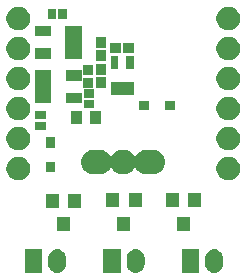
<source format=gbr>
G04 #@! TF.GenerationSoftware,KiCad,Pcbnew,(5.1.5-0)*
G04 #@! TF.CreationDate,2020-04-09T11:26:26+02:00*
G04 #@! TF.ProjectId,dxl-fan-module,64786c2d-6661-46e2-9d6d-6f64756c652e,rev?*
G04 #@! TF.SameCoordinates,Original*
G04 #@! TF.FileFunction,Soldermask,Top*
G04 #@! TF.FilePolarity,Negative*
%FSLAX46Y46*%
G04 Gerber Fmt 4.6, Leading zero omitted, Abs format (unit mm)*
G04 Created by KiCad (PCBNEW (5.1.5-0)) date 2020-04-09 11:26:26*
%MOMM*%
%LPD*%
G04 APERTURE LIST*
%ADD10C,0.100000*%
G04 APERTURE END LIST*
D10*
G36*
X68747024Y-74585852D02*
G01*
X68888401Y-74628739D01*
X69018691Y-74698379D01*
X69132895Y-74792105D01*
X69226621Y-74906308D01*
X69296261Y-75036598D01*
X69339148Y-75177975D01*
X69350000Y-75288161D01*
X69350000Y-75861839D01*
X69339148Y-75972025D01*
X69296261Y-76113402D01*
X69226621Y-76243692D01*
X69132895Y-76357895D01*
X69018692Y-76451621D01*
X68888402Y-76521261D01*
X68747025Y-76564148D01*
X68600000Y-76578628D01*
X68452976Y-76564148D01*
X68311599Y-76521261D01*
X68181309Y-76451621D01*
X68067103Y-76357893D01*
X67973381Y-76243695D01*
X67903739Y-76113402D01*
X67860852Y-75972025D01*
X67850000Y-75861839D01*
X67850000Y-75288162D01*
X67860852Y-75177976D01*
X67903739Y-75036599D01*
X67973379Y-74906309D01*
X68067105Y-74792105D01*
X68181308Y-74698379D01*
X68311598Y-74628739D01*
X68452975Y-74585852D01*
X68600000Y-74571372D01*
X68747024Y-74585852D01*
G37*
G36*
X75397024Y-74585852D02*
G01*
X75538401Y-74628739D01*
X75668691Y-74698379D01*
X75782895Y-74792105D01*
X75876621Y-74906308D01*
X75946261Y-75036598D01*
X75989148Y-75177975D01*
X76000000Y-75288161D01*
X76000000Y-75861839D01*
X75989148Y-75972025D01*
X75946261Y-76113402D01*
X75876621Y-76243692D01*
X75782895Y-76357895D01*
X75668692Y-76451621D01*
X75538402Y-76521261D01*
X75397025Y-76564148D01*
X75250000Y-76578628D01*
X75102976Y-76564148D01*
X74961599Y-76521261D01*
X74831309Y-76451621D01*
X74717103Y-76357893D01*
X74623381Y-76243695D01*
X74553739Y-76113402D01*
X74510852Y-75972025D01*
X74500000Y-75861839D01*
X74500000Y-75288162D01*
X74510852Y-75177976D01*
X74553739Y-75036599D01*
X74623379Y-74906309D01*
X74717105Y-74792105D01*
X74831308Y-74698379D01*
X74961598Y-74628739D01*
X75102975Y-74585852D01*
X75250000Y-74571372D01*
X75397024Y-74585852D01*
G37*
G36*
X82047024Y-74585852D02*
G01*
X82188401Y-74628739D01*
X82318691Y-74698379D01*
X82432895Y-74792105D01*
X82526621Y-74906308D01*
X82596261Y-75036598D01*
X82639148Y-75177975D01*
X82650000Y-75288161D01*
X82650000Y-75861839D01*
X82639148Y-75972025D01*
X82596261Y-76113402D01*
X82526621Y-76243692D01*
X82432895Y-76357895D01*
X82318692Y-76451621D01*
X82188402Y-76521261D01*
X82047025Y-76564148D01*
X81900000Y-76578628D01*
X81752976Y-76564148D01*
X81611599Y-76521261D01*
X81481309Y-76451621D01*
X81367103Y-76357893D01*
X81273381Y-76243695D01*
X81203739Y-76113402D01*
X81160852Y-75972025D01*
X81150000Y-75861839D01*
X81150000Y-75288162D01*
X81160852Y-75177976D01*
X81203739Y-75036599D01*
X81273379Y-74906309D01*
X81367105Y-74792105D01*
X81481308Y-74698379D01*
X81611598Y-74628739D01*
X81752975Y-74585852D01*
X81900000Y-74571372D01*
X82047024Y-74585852D01*
G37*
G36*
X80650000Y-76575000D02*
G01*
X79150000Y-76575000D01*
X79150000Y-74575000D01*
X80650000Y-74575000D01*
X80650000Y-76575000D01*
G37*
G36*
X74000000Y-76575000D02*
G01*
X72500000Y-76575000D01*
X72500000Y-74575000D01*
X74000000Y-74575000D01*
X74000000Y-76575000D01*
G37*
G36*
X67350000Y-76575000D02*
G01*
X65850000Y-76575000D01*
X65850000Y-74575000D01*
X67350000Y-74575000D01*
X67350000Y-76575000D01*
G37*
G36*
X69700000Y-73075000D02*
G01*
X68600000Y-73075000D01*
X68600000Y-71875000D01*
X69700000Y-71875000D01*
X69700000Y-73075000D01*
G37*
G36*
X74800000Y-73055000D02*
G01*
X73700000Y-73055000D01*
X73700000Y-71855000D01*
X74800000Y-71855000D01*
X74800000Y-73055000D01*
G37*
G36*
X79850000Y-73025000D02*
G01*
X78750000Y-73025000D01*
X78750000Y-71825000D01*
X79850000Y-71825000D01*
X79850000Y-73025000D01*
G37*
G36*
X70650000Y-71075000D02*
G01*
X69550000Y-71075000D01*
X69550000Y-69875000D01*
X70650000Y-69875000D01*
X70650000Y-71075000D01*
G37*
G36*
X68750000Y-71075000D02*
G01*
X67650000Y-71075000D01*
X67650000Y-69875000D01*
X68750000Y-69875000D01*
X68750000Y-71075000D01*
G37*
G36*
X75750000Y-71055000D02*
G01*
X74650000Y-71055000D01*
X74650000Y-69855000D01*
X75750000Y-69855000D01*
X75750000Y-71055000D01*
G37*
G36*
X73850000Y-71055000D02*
G01*
X72750000Y-71055000D01*
X72750000Y-69855000D01*
X73850000Y-69855000D01*
X73850000Y-71055000D01*
G37*
G36*
X80800000Y-71025000D02*
G01*
X79700000Y-71025000D01*
X79700000Y-69825000D01*
X80800000Y-69825000D01*
X80800000Y-71025000D01*
G37*
G36*
X78900000Y-71025000D02*
G01*
X77800000Y-71025000D01*
X77800000Y-69825000D01*
X78900000Y-69825000D01*
X78900000Y-71025000D01*
G37*
G36*
X83246305Y-66761997D02*
G01*
X83379189Y-66788429D01*
X83561178Y-66863811D01*
X83724963Y-66973249D01*
X83864251Y-67112537D01*
X83973689Y-67276322D01*
X84049071Y-67458311D01*
X84049071Y-67458313D01*
X84083977Y-67633794D01*
X84087500Y-67651509D01*
X84087500Y-67848491D01*
X84049071Y-68041689D01*
X83973689Y-68223678D01*
X83864251Y-68387463D01*
X83724963Y-68526751D01*
X83561178Y-68636189D01*
X83379189Y-68711571D01*
X83282590Y-68730786D01*
X83185993Y-68750000D01*
X82989007Y-68750000D01*
X82892410Y-68730786D01*
X82795811Y-68711571D01*
X82613822Y-68636189D01*
X82450037Y-68526751D01*
X82310749Y-68387463D01*
X82201311Y-68223678D01*
X82125929Y-68041689D01*
X82087500Y-67848491D01*
X82087500Y-67651509D01*
X82091024Y-67633794D01*
X82125929Y-67458313D01*
X82125929Y-67458311D01*
X82201311Y-67276322D01*
X82310749Y-67112537D01*
X82450037Y-66973249D01*
X82613822Y-66863811D01*
X82795811Y-66788429D01*
X82928695Y-66761997D01*
X82989007Y-66750000D01*
X83185993Y-66750000D01*
X83246305Y-66761997D01*
G37*
G36*
X65471305Y-66761997D02*
G01*
X65604189Y-66788429D01*
X65786178Y-66863811D01*
X65949963Y-66973249D01*
X66089251Y-67112537D01*
X66198689Y-67276322D01*
X66274071Y-67458311D01*
X66274071Y-67458313D01*
X66308977Y-67633794D01*
X66312500Y-67651509D01*
X66312500Y-67848491D01*
X66274071Y-68041689D01*
X66198689Y-68223678D01*
X66089251Y-68387463D01*
X65949963Y-68526751D01*
X65786178Y-68636189D01*
X65604189Y-68711571D01*
X65507590Y-68730786D01*
X65410993Y-68750000D01*
X65214007Y-68750000D01*
X65117410Y-68730786D01*
X65020811Y-68711571D01*
X64838822Y-68636189D01*
X64675037Y-68526751D01*
X64535749Y-68387463D01*
X64426311Y-68223678D01*
X64350929Y-68041689D01*
X64312500Y-67848491D01*
X64312500Y-67651509D01*
X64316024Y-67633794D01*
X64350929Y-67458313D01*
X64350929Y-67458311D01*
X64426311Y-67276322D01*
X64535749Y-67112537D01*
X64675037Y-66973249D01*
X64838822Y-66863811D01*
X65020811Y-66788429D01*
X65153695Y-66761997D01*
X65214007Y-66750000D01*
X65410993Y-66750000D01*
X65471305Y-66761997D01*
G37*
G36*
X72393335Y-66165192D02*
G01*
X72476268Y-66190350D01*
X72591262Y-66225233D01*
X72652065Y-66257733D01*
X72773669Y-66322731D01*
X72933554Y-66453946D01*
X73064769Y-66613831D01*
X73143965Y-66761997D01*
X73149410Y-66770147D01*
X73156341Y-66777078D01*
X73164491Y-66782523D01*
X73173546Y-66786274D01*
X73183159Y-66788186D01*
X73192961Y-66788186D01*
X73202574Y-66786274D01*
X73211629Y-66782523D01*
X73219779Y-66777078D01*
X73226710Y-66770147D01*
X73232155Y-66761997D01*
X73234244Y-66757579D01*
X73257002Y-66702638D01*
X73371911Y-66530664D01*
X73518164Y-66384411D01*
X73690138Y-66269502D01*
X73881226Y-66190350D01*
X74058813Y-66155027D01*
X74084083Y-66150000D01*
X74290917Y-66150000D01*
X74316187Y-66155027D01*
X74493774Y-66190350D01*
X74684862Y-66269502D01*
X74856836Y-66384411D01*
X75003089Y-66530664D01*
X75117998Y-66702638D01*
X75140752Y-66757570D01*
X75145367Y-66766206D01*
X75151585Y-66773782D01*
X75159162Y-66780000D01*
X75167806Y-66784621D01*
X75177185Y-66787466D01*
X75186940Y-66788427D01*
X75196694Y-66787466D01*
X75206073Y-66784621D01*
X75214718Y-66780001D01*
X75222294Y-66773783D01*
X75228512Y-66766206D01*
X75231035Y-66761997D01*
X75310231Y-66613831D01*
X75441446Y-66453946D01*
X75601331Y-66322731D01*
X75722935Y-66257733D01*
X75783738Y-66225233D01*
X75898732Y-66190350D01*
X75981665Y-66165192D01*
X76135918Y-66150000D01*
X76739082Y-66150000D01*
X76893335Y-66165192D01*
X76976268Y-66190350D01*
X77091262Y-66225233D01*
X77152065Y-66257733D01*
X77273669Y-66322731D01*
X77433554Y-66453946D01*
X77564769Y-66613831D01*
X77612237Y-66702638D01*
X77662267Y-66796238D01*
X77682765Y-66863811D01*
X77722308Y-66994165D01*
X77742580Y-67200000D01*
X77722308Y-67405835D01*
X77692287Y-67504799D01*
X77662267Y-67603762D01*
X77636747Y-67651507D01*
X77564769Y-67786169D01*
X77433554Y-67946054D01*
X77273669Y-68077269D01*
X77174083Y-68130498D01*
X77091262Y-68174767D01*
X76992299Y-68204787D01*
X76893335Y-68234808D01*
X76739082Y-68250000D01*
X76135918Y-68250000D01*
X75981665Y-68234808D01*
X75882701Y-68204787D01*
X75783738Y-68174767D01*
X75700917Y-68130498D01*
X75601331Y-68077269D01*
X75441446Y-67946054D01*
X75310231Y-67786169D01*
X75231035Y-67638003D01*
X75225590Y-67629853D01*
X75218659Y-67622922D01*
X75210509Y-67617477D01*
X75201454Y-67613726D01*
X75191841Y-67611814D01*
X75182039Y-67611814D01*
X75172426Y-67613726D01*
X75163371Y-67617477D01*
X75155221Y-67622922D01*
X75148290Y-67629853D01*
X75142845Y-67638003D01*
X75140756Y-67642421D01*
X75117998Y-67697362D01*
X75003089Y-67869336D01*
X74856836Y-68015589D01*
X74684862Y-68130498D01*
X74493774Y-68209650D01*
X74316187Y-68244973D01*
X74290917Y-68250000D01*
X74084083Y-68250000D01*
X74058813Y-68244973D01*
X73881226Y-68209650D01*
X73690138Y-68130498D01*
X73518164Y-68015589D01*
X73371911Y-67869336D01*
X73257002Y-67697362D01*
X73234248Y-67642430D01*
X73229633Y-67633794D01*
X73223415Y-67626218D01*
X73215838Y-67620000D01*
X73207194Y-67615379D01*
X73197815Y-67612534D01*
X73188060Y-67611573D01*
X73178306Y-67612534D01*
X73168927Y-67615379D01*
X73160282Y-67619999D01*
X73152706Y-67626217D01*
X73146488Y-67633794D01*
X73143965Y-67638003D01*
X73064769Y-67786169D01*
X72933554Y-67946054D01*
X72773669Y-68077269D01*
X72674083Y-68130498D01*
X72591262Y-68174767D01*
X72492299Y-68204787D01*
X72393335Y-68234808D01*
X72239082Y-68250000D01*
X71635918Y-68250000D01*
X71481665Y-68234808D01*
X71382701Y-68204787D01*
X71283738Y-68174767D01*
X71200917Y-68130498D01*
X71101331Y-68077269D01*
X70941446Y-67946054D01*
X70810231Y-67786169D01*
X70738253Y-67651507D01*
X70712733Y-67603762D01*
X70682713Y-67504799D01*
X70652692Y-67405835D01*
X70632420Y-67200000D01*
X70652692Y-66994165D01*
X70692235Y-66863811D01*
X70712733Y-66796238D01*
X70762763Y-66702638D01*
X70810231Y-66613831D01*
X70941446Y-66453946D01*
X71101331Y-66322731D01*
X71222935Y-66257733D01*
X71283738Y-66225233D01*
X71398732Y-66190350D01*
X71481665Y-66165192D01*
X71635918Y-66150000D01*
X72239082Y-66150000D01*
X72393335Y-66165192D01*
G37*
G36*
X68405000Y-68085000D02*
G01*
X67655000Y-68085000D01*
X67655000Y-67185000D01*
X68405000Y-67185000D01*
X68405000Y-68085000D01*
G37*
G36*
X83282590Y-64229215D02*
G01*
X83379189Y-64248429D01*
X83561178Y-64323811D01*
X83724963Y-64433249D01*
X83864251Y-64572537D01*
X83973689Y-64736322D01*
X84049071Y-64918311D01*
X84087500Y-65111509D01*
X84087500Y-65308491D01*
X84049071Y-65501689D01*
X83973689Y-65683678D01*
X83864251Y-65847463D01*
X83724963Y-65986751D01*
X83561178Y-66096189D01*
X83379189Y-66171571D01*
X83284779Y-66190350D01*
X83185993Y-66210000D01*
X82989007Y-66210000D01*
X82890221Y-66190350D01*
X82795811Y-66171571D01*
X82613822Y-66096189D01*
X82450037Y-65986751D01*
X82310749Y-65847463D01*
X82201311Y-65683678D01*
X82125929Y-65501689D01*
X82087500Y-65308491D01*
X82087500Y-65111509D01*
X82125929Y-64918311D01*
X82201311Y-64736322D01*
X82310749Y-64572537D01*
X82450037Y-64433249D01*
X82613822Y-64323811D01*
X82795811Y-64248429D01*
X82892410Y-64229215D01*
X82989007Y-64210000D01*
X83185993Y-64210000D01*
X83282590Y-64229215D01*
G37*
G36*
X65507590Y-64229215D02*
G01*
X65604189Y-64248429D01*
X65786178Y-64323811D01*
X65949963Y-64433249D01*
X66089251Y-64572537D01*
X66198689Y-64736322D01*
X66274071Y-64918311D01*
X66312500Y-65111509D01*
X66312500Y-65308491D01*
X66274071Y-65501689D01*
X66198689Y-65683678D01*
X66089251Y-65847463D01*
X65949963Y-65986751D01*
X65786178Y-66096189D01*
X65604189Y-66171571D01*
X65509779Y-66190350D01*
X65410993Y-66210000D01*
X65214007Y-66210000D01*
X65115221Y-66190350D01*
X65020811Y-66171571D01*
X64838822Y-66096189D01*
X64675037Y-65986751D01*
X64535749Y-65847463D01*
X64426311Y-65683678D01*
X64350929Y-65501689D01*
X64312500Y-65308491D01*
X64312500Y-65111509D01*
X64350929Y-64918311D01*
X64426311Y-64736322D01*
X64535749Y-64572537D01*
X64675037Y-64433249D01*
X64838822Y-64323811D01*
X65020811Y-64248429D01*
X65117410Y-64229215D01*
X65214007Y-64210000D01*
X65410993Y-64210000D01*
X65507590Y-64229215D01*
G37*
G36*
X68405000Y-65985000D02*
G01*
X67655000Y-65985000D01*
X67655000Y-65085000D01*
X68405000Y-65085000D01*
X68405000Y-65985000D01*
G37*
G36*
X67660000Y-64485000D02*
G01*
X66760000Y-64485000D01*
X66760000Y-63785000D01*
X67660000Y-63785000D01*
X67660000Y-64485000D01*
G37*
G36*
X72300000Y-63950000D02*
G01*
X71400000Y-63950000D01*
X71400000Y-62850000D01*
X72300000Y-62850000D01*
X72300000Y-63950000D01*
G37*
G36*
X70700000Y-63950000D02*
G01*
X69800000Y-63950000D01*
X69800000Y-62850000D01*
X70700000Y-62850000D01*
X70700000Y-63950000D01*
G37*
G36*
X83282590Y-61689215D02*
G01*
X83379189Y-61708429D01*
X83561178Y-61783811D01*
X83724963Y-61893249D01*
X83864251Y-62032537D01*
X83973689Y-62196322D01*
X84049071Y-62378311D01*
X84087500Y-62571509D01*
X84087500Y-62768491D01*
X84049071Y-62961689D01*
X83973689Y-63143678D01*
X83864251Y-63307463D01*
X83724963Y-63446751D01*
X83561178Y-63556189D01*
X83379189Y-63631571D01*
X83282590Y-63650786D01*
X83185993Y-63670000D01*
X82989007Y-63670000D01*
X82892410Y-63650786D01*
X82795811Y-63631571D01*
X82613822Y-63556189D01*
X82450037Y-63446751D01*
X82310749Y-63307463D01*
X82201311Y-63143678D01*
X82125929Y-62961689D01*
X82087500Y-62768491D01*
X82087500Y-62571509D01*
X82125929Y-62378311D01*
X82201311Y-62196322D01*
X82310749Y-62032537D01*
X82450037Y-61893249D01*
X82613822Y-61783811D01*
X82795811Y-61708429D01*
X82892410Y-61689215D01*
X82989007Y-61670000D01*
X83185993Y-61670000D01*
X83282590Y-61689215D01*
G37*
G36*
X65507590Y-61689215D02*
G01*
X65604189Y-61708429D01*
X65786178Y-61783811D01*
X65949963Y-61893249D01*
X66089251Y-62032537D01*
X66198689Y-62196322D01*
X66274071Y-62378311D01*
X66312500Y-62571509D01*
X66312500Y-62768491D01*
X66274071Y-62961689D01*
X66198689Y-63143678D01*
X66089251Y-63307463D01*
X65949963Y-63446751D01*
X65786178Y-63556189D01*
X65604189Y-63631571D01*
X65507590Y-63650786D01*
X65410993Y-63670000D01*
X65214007Y-63670000D01*
X65117410Y-63650786D01*
X65020811Y-63631571D01*
X64838822Y-63556189D01*
X64675037Y-63446751D01*
X64535749Y-63307463D01*
X64426311Y-63143678D01*
X64350929Y-62961689D01*
X64312500Y-62768491D01*
X64312500Y-62571509D01*
X64350929Y-62378311D01*
X64426311Y-62196322D01*
X64535749Y-62032537D01*
X64675037Y-61893249D01*
X64838822Y-61783811D01*
X65020811Y-61708429D01*
X65117410Y-61689215D01*
X65214007Y-61670000D01*
X65410993Y-61670000D01*
X65507590Y-61689215D01*
G37*
G36*
X67660000Y-63585000D02*
G01*
X66760000Y-63585000D01*
X66760000Y-62885000D01*
X67660000Y-62885000D01*
X67660000Y-63585000D01*
G37*
G36*
X76350000Y-62825000D02*
G01*
X75550000Y-62825000D01*
X75550000Y-62025000D01*
X76350000Y-62025000D01*
X76350000Y-62825000D01*
G37*
G36*
X78550000Y-62825000D02*
G01*
X77750000Y-62825000D01*
X77750000Y-62025000D01*
X78550000Y-62025000D01*
X78550000Y-62825000D01*
G37*
G36*
X71762500Y-62650000D02*
G01*
X70862500Y-62650000D01*
X70862500Y-61950000D01*
X71762500Y-61950000D01*
X71762500Y-62650000D01*
G37*
G36*
X70712500Y-62250000D02*
G01*
X69312500Y-62250000D01*
X69312500Y-61350000D01*
X70712500Y-61350000D01*
X70712500Y-62250000D01*
G37*
G36*
X68112500Y-62250000D02*
G01*
X66712500Y-62250000D01*
X66712500Y-59450000D01*
X68112500Y-59450000D01*
X68112500Y-62250000D01*
G37*
G36*
X71762500Y-61750000D02*
G01*
X70862500Y-61750000D01*
X70862500Y-61050000D01*
X71762500Y-61050000D01*
X71762500Y-61750000D01*
G37*
G36*
X75087500Y-61500000D02*
G01*
X73137500Y-61500000D01*
X73137500Y-60400000D01*
X75087500Y-60400000D01*
X75087500Y-61500000D01*
G37*
G36*
X65507590Y-59149214D02*
G01*
X65604189Y-59168429D01*
X65786178Y-59243811D01*
X65949963Y-59353249D01*
X66089251Y-59492537D01*
X66198689Y-59656322D01*
X66274071Y-59838311D01*
X66312500Y-60031509D01*
X66312500Y-60228491D01*
X66274071Y-60421689D01*
X66198689Y-60603678D01*
X66089251Y-60767463D01*
X65949963Y-60906751D01*
X65786178Y-61016189D01*
X65604189Y-61091571D01*
X65507590Y-61110786D01*
X65410993Y-61130000D01*
X65214007Y-61130000D01*
X65117410Y-61110786D01*
X65020811Y-61091571D01*
X64838822Y-61016189D01*
X64675037Y-60906751D01*
X64535749Y-60767463D01*
X64426311Y-60603678D01*
X64350929Y-60421689D01*
X64312500Y-60228491D01*
X64312500Y-60031509D01*
X64350929Y-59838311D01*
X64426311Y-59656322D01*
X64535749Y-59492537D01*
X64675037Y-59353249D01*
X64838822Y-59243811D01*
X65020811Y-59168429D01*
X65117410Y-59149214D01*
X65214007Y-59130000D01*
X65410993Y-59130000D01*
X65507590Y-59149214D01*
G37*
G36*
X83282590Y-59149214D02*
G01*
X83379189Y-59168429D01*
X83561178Y-59243811D01*
X83724963Y-59353249D01*
X83864251Y-59492537D01*
X83973689Y-59656322D01*
X84049071Y-59838311D01*
X84087500Y-60031509D01*
X84087500Y-60228491D01*
X84049071Y-60421689D01*
X83973689Y-60603678D01*
X83864251Y-60767463D01*
X83724963Y-60906751D01*
X83561178Y-61016189D01*
X83379189Y-61091571D01*
X83282590Y-61110786D01*
X83185993Y-61130000D01*
X82989007Y-61130000D01*
X82892410Y-61110786D01*
X82795811Y-61091571D01*
X82613822Y-61016189D01*
X82450037Y-60906751D01*
X82310749Y-60767463D01*
X82201311Y-60603678D01*
X82125929Y-60421689D01*
X82087500Y-60228491D01*
X82087500Y-60031509D01*
X82125929Y-59838311D01*
X82201311Y-59656322D01*
X82310749Y-59492537D01*
X82450037Y-59353249D01*
X82613822Y-59243811D01*
X82795811Y-59168429D01*
X82892410Y-59149214D01*
X82989007Y-59130000D01*
X83185993Y-59130000D01*
X83282590Y-59149214D01*
G37*
G36*
X71612500Y-60950000D02*
G01*
X70812500Y-60950000D01*
X70812500Y-60050000D01*
X71612500Y-60050000D01*
X71612500Y-60950000D01*
G37*
G36*
X72712500Y-60929411D02*
G01*
X71912500Y-60929411D01*
X71912500Y-60029411D01*
X72712500Y-60029411D01*
X72712500Y-60929411D01*
G37*
G36*
X70712500Y-60350000D02*
G01*
X69312500Y-60350000D01*
X69312500Y-59450000D01*
X70712500Y-59450000D01*
X70712500Y-60350000D01*
G37*
G36*
X71612500Y-59850000D02*
G01*
X70812500Y-59850000D01*
X70812500Y-58950000D01*
X71612500Y-58950000D01*
X71612500Y-59850000D01*
G37*
G36*
X72712500Y-59829411D02*
G01*
X71912500Y-59829411D01*
X71912500Y-58929411D01*
X72712500Y-58929411D01*
X72712500Y-59829411D01*
G37*
G36*
X75087500Y-59300000D02*
G01*
X74437500Y-59300000D01*
X74437500Y-58200000D01*
X75087500Y-58200000D01*
X75087500Y-59300000D01*
G37*
G36*
X73787500Y-59300000D02*
G01*
X73137500Y-59300000D01*
X73137500Y-58200000D01*
X73787500Y-58200000D01*
X73787500Y-59300000D01*
G37*
G36*
X72712500Y-58650000D02*
G01*
X71912500Y-58650000D01*
X71912500Y-57750000D01*
X72712500Y-57750000D01*
X72712500Y-58650000D01*
G37*
G36*
X83282590Y-56609215D02*
G01*
X83379189Y-56628429D01*
X83561178Y-56703811D01*
X83724963Y-56813249D01*
X83864251Y-56952537D01*
X83973689Y-57116322D01*
X84049071Y-57298311D01*
X84087500Y-57491509D01*
X84087500Y-57688491D01*
X84049071Y-57881689D01*
X83973689Y-58063678D01*
X83864251Y-58227463D01*
X83724963Y-58366751D01*
X83561178Y-58476189D01*
X83379189Y-58551571D01*
X83282590Y-58570786D01*
X83185993Y-58590000D01*
X82989007Y-58590000D01*
X82892410Y-58570786D01*
X82795811Y-58551571D01*
X82613822Y-58476189D01*
X82450037Y-58366751D01*
X82310749Y-58227463D01*
X82201311Y-58063678D01*
X82125929Y-57881689D01*
X82087500Y-57688491D01*
X82087500Y-57491509D01*
X82125929Y-57298311D01*
X82201311Y-57116322D01*
X82310749Y-56952537D01*
X82450037Y-56813249D01*
X82613822Y-56703811D01*
X82795811Y-56628429D01*
X82892410Y-56609215D01*
X82989007Y-56590000D01*
X83185993Y-56590000D01*
X83282590Y-56609215D01*
G37*
G36*
X65507590Y-56609215D02*
G01*
X65604189Y-56628429D01*
X65786178Y-56703811D01*
X65949963Y-56813249D01*
X66089251Y-56952537D01*
X66198689Y-57116322D01*
X66274071Y-57298311D01*
X66312500Y-57491509D01*
X66312500Y-57688491D01*
X66274071Y-57881689D01*
X66198689Y-58063678D01*
X66089251Y-58227463D01*
X65949963Y-58366751D01*
X65786178Y-58476189D01*
X65604189Y-58551571D01*
X65507590Y-58570786D01*
X65410993Y-58590000D01*
X65214007Y-58590000D01*
X65117410Y-58570786D01*
X65020811Y-58551571D01*
X64838822Y-58476189D01*
X64675037Y-58366751D01*
X64535749Y-58227463D01*
X64426311Y-58063678D01*
X64350929Y-57881689D01*
X64312500Y-57688491D01*
X64312500Y-57491509D01*
X64350929Y-57298311D01*
X64426311Y-57116322D01*
X64535749Y-56952537D01*
X64675037Y-56813249D01*
X64838822Y-56703811D01*
X65020811Y-56628429D01*
X65117410Y-56609215D01*
X65214007Y-56590000D01*
X65410993Y-56590000D01*
X65507590Y-56609215D01*
G37*
G36*
X68088000Y-58450000D02*
G01*
X66688000Y-58450000D01*
X66688000Y-57550000D01*
X68088000Y-57550000D01*
X68088000Y-58450000D01*
G37*
G36*
X70688000Y-58450000D02*
G01*
X69288000Y-58450000D01*
X69288000Y-55650000D01*
X70688000Y-55650000D01*
X70688000Y-58450000D01*
G37*
G36*
X74012500Y-57950000D02*
G01*
X73112500Y-57950000D01*
X73112500Y-57150000D01*
X74012500Y-57150000D01*
X74012500Y-57950000D01*
G37*
G36*
X75112500Y-57950000D02*
G01*
X74212500Y-57950000D01*
X74212500Y-57150000D01*
X75112500Y-57150000D01*
X75112500Y-57950000D01*
G37*
G36*
X72712500Y-57550000D02*
G01*
X71912500Y-57550000D01*
X71912500Y-56650000D01*
X72712500Y-56650000D01*
X72712500Y-57550000D01*
G37*
G36*
X68088000Y-56550000D02*
G01*
X66688000Y-56550000D01*
X66688000Y-55650000D01*
X68088000Y-55650000D01*
X68088000Y-56550000D01*
G37*
G36*
X65507590Y-54069215D02*
G01*
X65604189Y-54088429D01*
X65786178Y-54163811D01*
X65949963Y-54273249D01*
X66089251Y-54412537D01*
X66198689Y-54576322D01*
X66274071Y-54758311D01*
X66312500Y-54951509D01*
X66312500Y-55148491D01*
X66274071Y-55341689D01*
X66198689Y-55523678D01*
X66089251Y-55687463D01*
X65949963Y-55826751D01*
X65786178Y-55936189D01*
X65604189Y-56011571D01*
X65507590Y-56030786D01*
X65410993Y-56050000D01*
X65214007Y-56050000D01*
X65117410Y-56030786D01*
X65020811Y-56011571D01*
X64838822Y-55936189D01*
X64675037Y-55826751D01*
X64535749Y-55687463D01*
X64426311Y-55523678D01*
X64350929Y-55341689D01*
X64312500Y-55148491D01*
X64312500Y-54951509D01*
X64350929Y-54758311D01*
X64426311Y-54576322D01*
X64535749Y-54412537D01*
X64675037Y-54273249D01*
X64838822Y-54163811D01*
X65020811Y-54088429D01*
X65117410Y-54069215D01*
X65214007Y-54050000D01*
X65410993Y-54050000D01*
X65507590Y-54069215D01*
G37*
G36*
X83282590Y-54069215D02*
G01*
X83379189Y-54088429D01*
X83561178Y-54163811D01*
X83724963Y-54273249D01*
X83864251Y-54412537D01*
X83973689Y-54576322D01*
X84049071Y-54758311D01*
X84087500Y-54951509D01*
X84087500Y-55148491D01*
X84049071Y-55341689D01*
X83973689Y-55523678D01*
X83864251Y-55687463D01*
X83724963Y-55826751D01*
X83561178Y-55936189D01*
X83379189Y-56011571D01*
X83282590Y-56030786D01*
X83185993Y-56050000D01*
X82989007Y-56050000D01*
X82892410Y-56030786D01*
X82795811Y-56011571D01*
X82613822Y-55936189D01*
X82450037Y-55826751D01*
X82310749Y-55687463D01*
X82201311Y-55523678D01*
X82125929Y-55341689D01*
X82087500Y-55148491D01*
X82087500Y-54951509D01*
X82125929Y-54758311D01*
X82201311Y-54576322D01*
X82310749Y-54412537D01*
X82450037Y-54273249D01*
X82613822Y-54163811D01*
X82795811Y-54088429D01*
X82892410Y-54069215D01*
X82989007Y-54050000D01*
X83185993Y-54050000D01*
X83282590Y-54069215D01*
G37*
G36*
X69400000Y-55125000D02*
G01*
X68700000Y-55125000D01*
X68700000Y-54225000D01*
X69400000Y-54225000D01*
X69400000Y-55125000D01*
G37*
G36*
X68500000Y-55125000D02*
G01*
X67800000Y-55125000D01*
X67800000Y-54225000D01*
X68500000Y-54225000D01*
X68500000Y-55125000D01*
G37*
M02*

</source>
